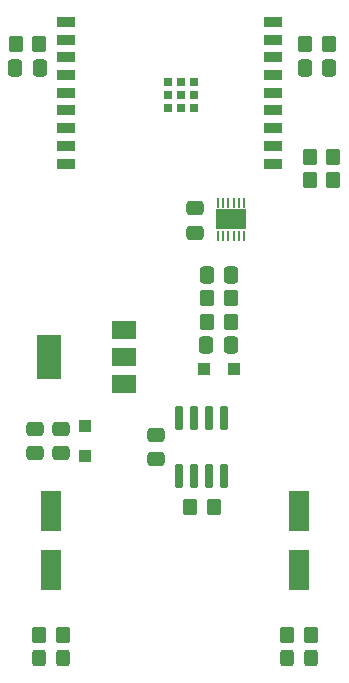
<source format=gbr>
%TF.GenerationSoftware,KiCad,Pcbnew,(6.0.9)*%
%TF.CreationDate,2022-11-27T14:47:39-05:00*%
%TF.ProjectId,Vex_Debug,5665785f-4465-4627-9567-2e6b69636164,rev?*%
%TF.SameCoordinates,Original*%
%TF.FileFunction,Paste,Top*%
%TF.FilePolarity,Positive*%
%FSLAX46Y46*%
G04 Gerber Fmt 4.6, Leading zero omitted, Abs format (unit mm)*
G04 Created by KiCad (PCBNEW (6.0.9)) date 2022-11-27 14:47:39*
%MOMM*%
%LPD*%
G01*
G04 APERTURE LIST*
G04 Aperture macros list*
%AMRoundRect*
0 Rectangle with rounded corners*
0 $1 Rounding radius*
0 $2 $3 $4 $5 $6 $7 $8 $9 X,Y pos of 4 corners*
0 Add a 4 corners polygon primitive as box body*
4,1,4,$2,$3,$4,$5,$6,$7,$8,$9,$2,$3,0*
0 Add four circle primitives for the rounded corners*
1,1,$1+$1,$2,$3*
1,1,$1+$1,$4,$5*
1,1,$1+$1,$6,$7*
1,1,$1+$1,$8,$9*
0 Add four rect primitives between the rounded corners*
20,1,$1+$1,$2,$3,$4,$5,0*
20,1,$1+$1,$4,$5,$6,$7,0*
20,1,$1+$1,$6,$7,$8,$9,0*
20,1,$1+$1,$8,$9,$2,$3,0*%
G04 Aperture macros list end*
%ADD10C,0.100000*%
%ADD11RoundRect,0.250000X-0.325000X-0.450000X0.325000X-0.450000X0.325000X0.450000X-0.325000X0.450000X0*%
%ADD12RoundRect,0.250000X-0.350000X-0.450000X0.350000X-0.450000X0.350000X0.450000X-0.350000X0.450000X0*%
%ADD13RoundRect,0.250000X0.337500X0.475000X-0.337500X0.475000X-0.337500X-0.475000X0.337500X-0.475000X0*%
%ADD14RoundRect,0.250000X0.350000X0.450000X-0.350000X0.450000X-0.350000X-0.450000X0.350000X-0.450000X0*%
%ADD15RoundRect,0.250000X-0.337500X-0.475000X0.337500X-0.475000X0.337500X0.475000X-0.337500X0.475000X0*%
%ADD16R,1.800000X3.500000*%
%ADD17RoundRect,0.250000X0.475000X-0.337500X0.475000X0.337500X-0.475000X0.337500X-0.475000X-0.337500X0*%
%ADD18R,0.228600X0.812800*%
%ADD19R,2.540000X1.651000*%
%ADD20R,1.000000X1.000000*%
%ADD21RoundRect,0.042000X-0.258000X0.943000X-0.258000X-0.943000X0.258000X-0.943000X0.258000X0.943000X0*%
%ADD22R,1.498600X0.889000*%
%ADD23R,0.711200X0.711200*%
%ADD24R,2.000000X1.500000*%
%ADD25R,2.000000X3.800000*%
G04 APERTURE END LIST*
%TO.C,U4*%
G36*
X101388200Y-80525500D02*
G01*
X100318200Y-80525500D01*
X100318200Y-79074500D01*
X101388200Y-79074500D01*
X101388200Y-80525500D01*
G37*
D10*
X101388200Y-80525500D02*
X100318200Y-80525500D01*
X100318200Y-79074500D01*
X101388200Y-79074500D01*
X101388200Y-80525500D01*
G36*
X100118200Y-80525500D02*
G01*
X99048200Y-80525500D01*
X99048200Y-79074500D01*
X100118200Y-79074500D01*
X100118200Y-80525500D01*
G37*
X100118200Y-80525500D02*
X99048200Y-80525500D01*
X99048200Y-79074500D01*
X100118200Y-79074500D01*
X100118200Y-80525500D01*
%TD*%
D11*
%TO.C,D3*%
X83975000Y-117000000D03*
X86025000Y-117000000D03*
%TD*%
D12*
%TO.C,R8*%
X106500000Y-65000000D03*
X108500000Y-65000000D03*
%TD*%
D13*
%TO.C,C6*%
X84037500Y-67000000D03*
X81962500Y-67000000D03*
%TD*%
D14*
%TO.C,R2*%
X108900000Y-76500000D03*
X106900000Y-76500000D03*
%TD*%
D15*
%TO.C,C3*%
X106462500Y-67000000D03*
X108537500Y-67000000D03*
%TD*%
D16*
%TO.C,D1*%
X106000000Y-104500000D03*
X106000000Y-109500000D03*
%TD*%
D12*
%TO.C,R6*%
X105000000Y-115000000D03*
X107000000Y-115000000D03*
%TD*%
D14*
%TO.C,R1*%
X98800000Y-104200000D03*
X96800000Y-104200000D03*
%TD*%
D17*
%TO.C,C2*%
X93900000Y-100137500D03*
X93900000Y-98062500D03*
%TD*%
%TO.C,C4*%
X85800000Y-99637500D03*
X85800000Y-97562500D03*
%TD*%
D13*
%TO.C,C8*%
X100237500Y-84500000D03*
X98162500Y-84500000D03*
%TD*%
D14*
%TO.C,R9*%
X100200000Y-86500000D03*
X98200000Y-86500000D03*
%TD*%
D18*
%TO.C,U4*%
X99093198Y-81197000D03*
X99543200Y-81197000D03*
X99993199Y-81197000D03*
X100443201Y-81197000D03*
X100893200Y-81197000D03*
X101343199Y-81197000D03*
X101343202Y-78403000D03*
X100893200Y-78403000D03*
X100443201Y-78403000D03*
X99993199Y-78403000D03*
X99543200Y-78403000D03*
X99093201Y-78403000D03*
D19*
X100218200Y-79800000D03*
%TD*%
D20*
%TO.C,D6*%
X97950000Y-92500000D03*
X100450000Y-92500000D03*
%TD*%
%TO.C,D5*%
X87900000Y-97350000D03*
X87900000Y-99850000D03*
%TD*%
D21*
%TO.C,U3*%
X99605000Y-96625000D03*
X98335000Y-96625000D03*
X97065000Y-96625000D03*
X95795000Y-96625000D03*
X95795000Y-101575000D03*
X97065000Y-101575000D03*
X98335000Y-101575000D03*
X99605000Y-101575000D03*
%TD*%
D14*
%TO.C,R4*%
X108900000Y-74500000D03*
X106900000Y-74500000D03*
%TD*%
D12*
%TO.C,R5*%
X84000000Y-115000000D03*
X86000000Y-115000000D03*
%TD*%
D14*
%TO.C,R7*%
X84000000Y-65000000D03*
X82000000Y-65000000D03*
%TD*%
D11*
%TO.C,D4*%
X104975000Y-117000000D03*
X107025000Y-117000000D03*
%TD*%
D22*
%TO.C,U1*%
X86250000Y-63094913D03*
X86250000Y-64594913D03*
X86250000Y-66094915D03*
X86250000Y-67594914D03*
X86250000Y-69094914D03*
X86250000Y-70594913D03*
X86250000Y-72094913D03*
X86250000Y-73594915D03*
X86250000Y-75094915D03*
X103750000Y-75094915D03*
X103750000Y-73594915D03*
X103750000Y-72094913D03*
X103750000Y-70594913D03*
X103750000Y-69094914D03*
X103750000Y-67594914D03*
X103750000Y-66094915D03*
X103750000Y-64594913D03*
X103750000Y-63094913D03*
D23*
X94855802Y-68194890D03*
X95955802Y-68194890D03*
X97055802Y-68194890D03*
X94855700Y-69294888D03*
X95955700Y-69294888D03*
X97055701Y-69294888D03*
X94855802Y-70394886D03*
X95955802Y-70394886D03*
X97055802Y-70394886D03*
%TD*%
D17*
%TO.C,C1*%
X83650000Y-99637500D03*
X83650000Y-97562500D03*
%TD*%
D14*
%TO.C,R3*%
X100200000Y-88500000D03*
X98200000Y-88500000D03*
%TD*%
D16*
%TO.C,D2*%
X85000000Y-104500000D03*
X85000000Y-109500000D03*
%TD*%
D17*
%TO.C,C7*%
X97200000Y-80937500D03*
X97200000Y-78862500D03*
%TD*%
D24*
%TO.C,U2*%
X91150000Y-93800000D03*
D25*
X84850000Y-91500000D03*
D24*
X91150000Y-91500000D03*
X91150000Y-89200000D03*
%TD*%
D13*
%TO.C,C5*%
X100200000Y-90500000D03*
X98125000Y-90500000D03*
%TD*%
M02*

</source>
